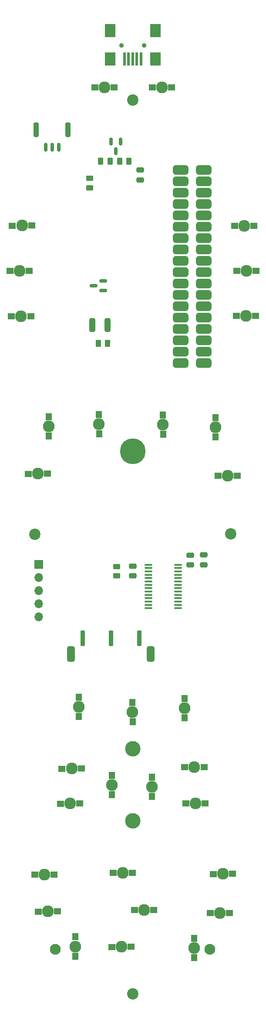
<source format=gbr>
%TF.GenerationSoftware,KiCad,Pcbnew,(6.0.0)*%
%TF.CreationDate,2022-07-04T20:32:36-04:00*%
%TF.ProjectId,800+,3830302b-2e6b-4696-9361-645f70636258,rev?*%
%TF.SameCoordinates,Original*%
%TF.FileFunction,Soldermask,Bot*%
%TF.FilePolarity,Negative*%
%FSLAX46Y46*%
G04 Gerber Fmt 4.6, Leading zero omitted, Abs format (unit mm)*
G04 Created by KiCad (PCBNEW (6.0.0)) date 2022-07-04 20:32:36*
%MOMM*%
%LPD*%
G01*
G04 APERTURE LIST*
G04 Aperture macros list*
%AMRoundRect*
0 Rectangle with rounded corners*
0 $1 Rounding radius*
0 $2 $3 $4 $5 $6 $7 $8 $9 X,Y pos of 4 corners*
0 Add a 4 corners polygon primitive as box body*
4,1,4,$2,$3,$4,$5,$6,$7,$8,$9,$2,$3,0*
0 Add four circle primitives for the rounded corners*
1,1,$1+$1,$2,$3*
1,1,$1+$1,$4,$5*
1,1,$1+$1,$6,$7*
1,1,$1+$1,$8,$9*
0 Add four rect primitives between the rounded corners*
20,1,$1+$1,$2,$3,$4,$5,0*
20,1,$1+$1,$4,$5,$6,$7,0*
20,1,$1+$1,$6,$7,$8,$9,0*
20,1,$1+$1,$8,$9,$2,$3,0*%
G04 Aperture macros list end*
%ADD10RoundRect,0.250000X0.312500X1.075000X-0.312500X1.075000X-0.312500X-1.075000X0.312500X-1.075000X0*%
%ADD11RoundRect,0.250000X0.262500X0.450000X-0.262500X0.450000X-0.262500X-0.450000X0.262500X-0.450000X0*%
%ADD12RoundRect,0.150000X0.587500X0.150000X-0.587500X0.150000X-0.587500X-0.150000X0.587500X-0.150000X0*%
%ADD13RoundRect,0.450000X1.050000X0.450000X-1.050000X0.450000X-1.050000X-0.450000X1.050000X-0.450000X0*%
%ADD14C,3.000000*%
%ADD15C,2.200000*%
%ADD16C,2.100000*%
%ADD17C,5.000000*%
%ADD18C,2.286000*%
%ADD19R,1.400000X1.250000*%
%ADD20R,1.250000X1.400000*%
%ADD21RoundRect,0.250000X0.475000X-0.250000X0.475000X0.250000X-0.475000X0.250000X-0.475000X-0.250000X0*%
%ADD22RoundRect,0.150000X0.150000X0.700000X-0.150000X0.700000X-0.150000X-0.700000X0.150000X-0.700000X0*%
%ADD23RoundRect,0.250000X0.250000X1.150000X-0.250000X1.150000X-0.250000X-1.150000X0.250000X-1.150000X0*%
%ADD24RoundRect,0.100000X0.637500X0.100000X-0.637500X0.100000X-0.637500X-0.100000X0.637500X-0.100000X0*%
%ADD25RoundRect,0.250000X-0.450000X0.262500X-0.450000X-0.262500X0.450000X-0.262500X0.450000X0.262500X0*%
%ADD26R,2.000000X2.500000*%
%ADD27R,0.500000X2.500000*%
%ADD28C,0.900000*%
%ADD29RoundRect,0.150000X-0.150000X0.587500X-0.150000X-0.587500X0.150000X-0.587500X0.150000X0.587500X0*%
%ADD30RoundRect,0.250000X0.450000X-0.262500X0.450000X0.262500X-0.450000X0.262500X-0.450000X-0.262500X0*%
%ADD31RoundRect,0.375000X0.375000X1.125000X-0.375000X1.125000X-0.375000X-1.125000X0.375000X-1.125000X0*%
%ADD32RoundRect,0.225000X0.225000X1.275000X-0.225000X1.275000X-0.225000X-1.275000X0.225000X-1.275000X0*%
%ADD33R,1.700000X1.700000*%
%ADD34O,1.700000X1.700000*%
G04 APERTURE END LIST*
D10*
%TO.C,R6*%
X96707500Y-96445000D03*
X93782500Y-96445000D03*
%TD*%
D11*
%TO.C,R5*%
X96757500Y-100025000D03*
X94932500Y-100025000D03*
%TD*%
D12*
%TO.C,Q2*%
X95867500Y-87910000D03*
X95867500Y-89810000D03*
X93992500Y-88860000D03*
%TD*%
D13*
%TO.C,J6*%
X115460000Y-66430000D03*
X110960000Y-66430000D03*
X115460000Y-68630000D03*
X110960000Y-68630000D03*
X110960000Y-70830000D03*
X115460000Y-70830000D03*
X115460000Y-73030000D03*
X110960000Y-73030000D03*
X115460000Y-75230000D03*
X110960000Y-75230000D03*
X115460000Y-77430000D03*
X110960000Y-77430000D03*
X115460000Y-79630000D03*
X110960000Y-79630000D03*
X110960000Y-81830000D03*
X115460000Y-81830000D03*
X110960000Y-84030000D03*
X115460000Y-84030000D03*
X110960000Y-86230000D03*
X115460000Y-86230000D03*
X110960000Y-88430000D03*
X115460000Y-88430000D03*
X110960000Y-90630000D03*
X115460000Y-90630000D03*
X110960000Y-92830000D03*
X115460000Y-92830000D03*
X115460000Y-95030000D03*
X110960000Y-95030000D03*
X115460000Y-97230000D03*
X110960000Y-97230000D03*
X110960000Y-99430000D03*
X115460000Y-99430000D03*
X110960000Y-101630000D03*
X115460000Y-101630000D03*
X115460000Y-103830000D03*
X110960000Y-103830000D03*
%TD*%
D14*
%TO.C,H3*%
X101610000Y-178560000D03*
%TD*%
D15*
%TO.C,H8*%
X82570000Y-136990000D03*
%TD*%
%TO.C,H7*%
X120680000Y-136950000D03*
%TD*%
D16*
%TO.C,H5*%
X116620000Y-217460000D03*
%TD*%
D15*
%TO.C,H6*%
X101600000Y-226100000D03*
%TD*%
D16*
%TO.C,H4*%
X86580000Y-217460000D03*
%TD*%
D17*
%TO.C,H1*%
X101640000Y-120900000D03*
%TD*%
D15*
%TO.C,H9*%
X101620000Y-52880000D03*
%TD*%
D14*
%TO.C,H2*%
X101600000Y-192550000D03*
%TD*%
D18*
%TO.C,D19*%
X123340000Y-77220000D03*
D19*
X125215000Y-77220000D03*
X121465000Y-77245000D03*
%TD*%
D18*
%TO.C,D32*%
X97580000Y-185600000D03*
D20*
X97580000Y-183725000D03*
X97605000Y-187475000D03*
%TD*%
D18*
%TO.C,D24*%
X123660000Y-94650000D03*
D19*
X125535000Y-94650000D03*
X121785000Y-94675000D03*
%TD*%
D21*
%TO.C,C1*%
X103080000Y-68340000D03*
X103080000Y-66440000D03*
%TD*%
D18*
%TO.C,D11*%
X105350000Y-185950000D03*
D20*
X105350000Y-184075000D03*
X105375000Y-187825000D03*
%TD*%
D18*
%TO.C,D28*%
X101570000Y-171480000D03*
D20*
X101570000Y-169605000D03*
X101595000Y-173355000D03*
%TD*%
D21*
%TO.C,C4*%
X112780000Y-142980000D03*
X112780000Y-141080000D03*
%TD*%
D18*
%TO.C,D17*%
X107500000Y-115760000D03*
D20*
X107500000Y-113885000D03*
X107525000Y-117635000D03*
%TD*%
D18*
%TO.C,D26*%
X91140000Y-170430000D03*
D20*
X91140000Y-168555000D03*
X91165000Y-172305000D03*
%TD*%
D18*
%TO.C,D12*%
X123760000Y-85970000D03*
D19*
X125635000Y-85970000D03*
X121885000Y-85995000D03*
%TD*%
D21*
%TO.C,C3*%
X115460000Y-142900000D03*
X115460000Y-141000000D03*
%TD*%
D11*
%TO.C,R3*%
X97225000Y-64700000D03*
X95400000Y-64700000D03*
%TD*%
D18*
%TO.C,D4*%
X103810000Y-209840000D03*
D19*
X105685000Y-209840000D03*
X101935000Y-209865000D03*
%TD*%
D11*
%TO.C,R1*%
X100912500Y-64730000D03*
X99087500Y-64730000D03*
%TD*%
D22*
%TO.C,J4*%
X87210000Y-61960000D03*
X85960000Y-61960000D03*
X84710000Y-61960000D03*
D23*
X89060000Y-58610000D03*
X82860000Y-58610000D03*
%TD*%
D18*
%TO.C,D18*%
X89420000Y-189190000D03*
D19*
X91295000Y-189190000D03*
X87545000Y-189215000D03*
%TD*%
D18*
%TO.C,D27*%
X111700000Y-170700000D03*
D20*
X111700000Y-168825000D03*
X111725000Y-172575000D03*
%TD*%
D18*
%TO.C,D10*%
X80100000Y-77190000D03*
D19*
X81975000Y-77190000D03*
X78225000Y-77215000D03*
%TD*%
D18*
%TO.C,D14*%
X79620000Y-85950000D03*
D19*
X81495000Y-85950000D03*
X77745000Y-85975000D03*
%TD*%
D24*
%TO.C,U1*%
X110422500Y-142905000D03*
X110422500Y-143555000D03*
X110422500Y-144205000D03*
X110422500Y-144855000D03*
X110422500Y-145505000D03*
X110422500Y-146155000D03*
X110422500Y-146805000D03*
X110422500Y-147455000D03*
X110422500Y-148105000D03*
X110422500Y-148755000D03*
X110422500Y-149405000D03*
X110422500Y-150055000D03*
X110422500Y-150705000D03*
X110422500Y-151355000D03*
X104697500Y-151355000D03*
X104697500Y-150705000D03*
X104697500Y-150055000D03*
X104697500Y-149405000D03*
X104697500Y-148755000D03*
X104697500Y-148105000D03*
X104697500Y-147455000D03*
X104697500Y-146805000D03*
X104697500Y-146155000D03*
X104697500Y-145505000D03*
X104697500Y-144855000D03*
X104697500Y-144205000D03*
X104697500Y-143555000D03*
X104697500Y-142905000D03*
%TD*%
D25*
%TO.C,R4*%
X98490000Y-143257500D03*
X98490000Y-145082500D03*
%TD*%
D18*
%TO.C,D20*%
X113610000Y-182120000D03*
D19*
X115485000Y-182120000D03*
X111735000Y-182145000D03*
%TD*%
D18*
%TO.C,D22*%
X107300000Y-50400000D03*
D19*
X109175000Y-50400000D03*
X105425000Y-50425000D03*
%TD*%
D18*
%TO.C,D5*%
X119190000Y-202830000D03*
D19*
X121065000Y-202830000D03*
X117315000Y-202855000D03*
%TD*%
D18*
%TO.C,D2*%
X99440000Y-216960000D03*
D19*
X101315000Y-216960000D03*
X97565000Y-216985000D03*
%TD*%
D18*
%TO.C,D15*%
X96140000Y-50360000D03*
D19*
X98015000Y-50360000D03*
X94265000Y-50385000D03*
%TD*%
D18*
%TO.C,D7*%
X84470000Y-202980000D03*
D19*
X86345000Y-202980000D03*
X82595000Y-203005000D03*
%TD*%
D18*
%TO.C,D8*%
X118560000Y-210400000D03*
D19*
X120435000Y-210400000D03*
X116685000Y-210425000D03*
%TD*%
D18*
%TO.C,D13*%
X120090000Y-125664000D03*
D19*
X121965000Y-125664000D03*
X118215000Y-125689000D03*
%TD*%
D26*
%TO.C,J2*%
X97210000Y-39400000D03*
X106010000Y-39400000D03*
X97210000Y-44900000D03*
X106010000Y-44900000D03*
D27*
X100010000Y-44900000D03*
X100810000Y-44900000D03*
X101610000Y-44900000D03*
X102410000Y-44900000D03*
X103210000Y-44900000D03*
D28*
X99410000Y-42300000D03*
X103810000Y-42300000D03*
%TD*%
D21*
%TO.C,C2*%
X101600000Y-145090000D03*
X101600000Y-143190000D03*
%TD*%
D18*
%TO.C,D3*%
X113550000Y-217170000D03*
D20*
X113550000Y-215295000D03*
X113575000Y-219045000D03*
%TD*%
D18*
%TO.C,D25*%
X117730000Y-116300000D03*
D20*
X117730000Y-114425000D03*
X117755000Y-118175000D03*
%TD*%
D18*
%TO.C,D31*%
X95070000Y-115670000D03*
D20*
X95070000Y-113795000D03*
X95095000Y-117545000D03*
%TD*%
D18*
%TO.C,D6*%
X85120000Y-210120000D03*
D19*
X86995000Y-210120000D03*
X83245000Y-210145000D03*
%TD*%
D18*
%TO.C,D16*%
X85275000Y-116125000D03*
D20*
X85275000Y-114250000D03*
X85300000Y-118000000D03*
%TD*%
D18*
%TO.C,D9*%
X83200000Y-125274000D03*
D19*
X85075000Y-125274000D03*
X81325000Y-125299000D03*
%TD*%
D29*
%TO.C,Q1*%
X97400000Y-60882500D03*
X99300000Y-60882500D03*
X98350000Y-62757500D03*
%TD*%
D30*
%TO.C,R2*%
X93280000Y-69842500D03*
X93280000Y-68017500D03*
%TD*%
D18*
%TO.C,D30*%
X99680000Y-202590000D03*
D19*
X101555000Y-202590000D03*
X97805000Y-202615000D03*
%TD*%
D31*
%TO.C,J5*%
X89640000Y-160200000D03*
X105140000Y-160200000D03*
D32*
X102890000Y-157200000D03*
X97390000Y-157200000D03*
X91890000Y-157200000D03*
%TD*%
D18*
%TO.C,D29*%
X89740000Y-182430000D03*
D19*
X91615000Y-182430000D03*
X87865000Y-182455000D03*
%TD*%
D33*
%TO.C,J3*%
X83380000Y-142880000D03*
D34*
X83380000Y-145420000D03*
X83380000Y-147960000D03*
X83380000Y-150500000D03*
X83380000Y-153040000D03*
%TD*%
D18*
%TO.C,D21*%
X113840000Y-189170000D03*
D19*
X115715000Y-189170000D03*
X111965000Y-189195000D03*
%TD*%
D18*
%TO.C,D23*%
X79910000Y-94740000D03*
D19*
X81785000Y-94740000D03*
X78035000Y-94765000D03*
%TD*%
D18*
%TO.C,D1*%
X90430000Y-216910000D03*
D20*
X90430000Y-215035000D03*
X90455000Y-218785000D03*
%TD*%
M02*

</source>
